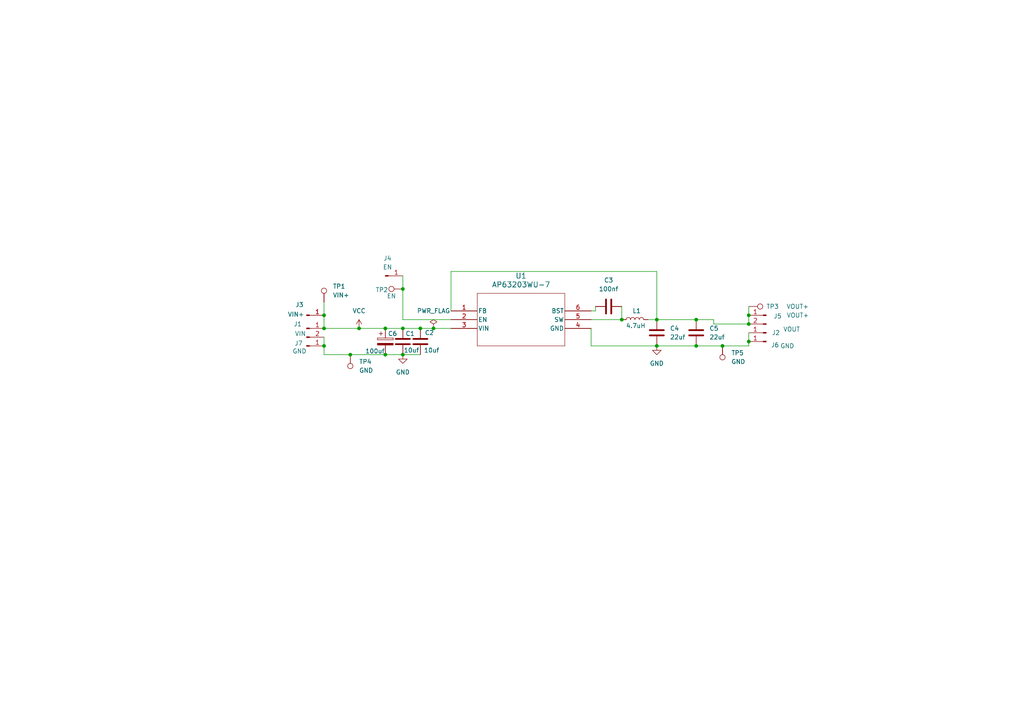
<source format=kicad_sch>
(kicad_sch (version 20231120) (generator "eeschema") (generator_version "8.0")
  (paper "A4")
  (lib_symbols
    (symbol "AP63203:AP63203WU-7" (pin_names (offset 0.254))
      (property "Reference" "U" (at 20.32 10.16 0))
      (property "Value" "AP63203WU-7" (at 20.32 7.62 0))
      (symbol "AP63203WU-7_0_1"
        (polyline (pts (xy 7.62 -10.16) (xy 33.02 -10.16)) (stroke (width 0.127)))
        (polyline (pts (xy 7.62 5.08) (xy 7.62 -10.16)) (stroke (width 0.127)))
        (polyline (pts (xy 33.02 -10.16) (xy 33.02 5.08)) (stroke (width 0.127)))
        (polyline (pts (xy 33.02 5.08) (xy 7.62 5.08)) (stroke (width 0.127)))
        (pin output line (at 0 0 0) (length 7.62) (name "FB") (number "1"))
        (pin input line (at 0 -2.54 0) (length 7.62) (name "EN") (number "2"))
        (pin power_in line (at 0 -5.08 0) (length 7.62) (name "VIN") (number "3"))
        (pin power_out line (at 40.64 -5.08 180) (length 7.62) (name "GND") (number "4"))
        (pin output line (at 40.64 -2.54 180) (length 7.62) (name "SW") (number "5"))
        (pin input line (at 40.64 0 180) (length 7.62) (name "BST") (number "6"))
      )
    )
    (symbol "Connector:Conn_01x01_Pin" (pin_names (offset 1.016) hide)
      (property "Reference" "J" (at 0 2.54 0))
      (property "Value" "Conn_01x01_Pin" (at 0 -2.54 0))
      (symbol "Conn_01x01_Pin_1_1"
        (polyline (pts (xy 1.27 0) (xy 0.8636 0)) (stroke (width 0.1524)))
        (rectangle (start 0.8636 0.127) (end 0 -0.127) (stroke (width 0.1524)) (fill (type outline)))
        (pin passive line (at 5.08 0 180) (length 3.81) (name "Pin_1") (number "1"))
      )
    )
    (symbol "Connector:Conn_01x02_Pin" (pin_names (offset 1.016) hide)
      (property "Reference" "J" (at 0 2.54 0))
      (property "Value" "Conn_01x02_Pin" (at 0 -5.08 0))
      (symbol "Conn_01x02_Pin_1_1"
        (polyline (pts (xy 1.27 -2.54) (xy 0.8636 -2.54)) (stroke (width 0.1524)))
        (polyline (pts (xy 1.27 0) (xy 0.8636 0)) (stroke (width 0.1524)))
        (rectangle (start 0.8636 -2.413) (end 0 -2.667) (stroke (width 0.1524)) (fill (type outline)))
        (rectangle (start 0.8636 0.127) (end 0 -0.127) (stroke (width 0.1524)) (fill (type outline)))
        (pin passive line (at 5.08 0 180) (length 3.81) (name "Pin_1") (number "1"))
        (pin passive line (at 5.08 -2.54 180) (length 3.81) (name "Pin_2") (number "2"))
      )
    )
    (symbol "Connector:TestPoint" (pin_numbers hide) (pin_names (offset 0.762) hide)
      (property "Reference" "TP" (at 0 6.858 0))
      (property "Value" "TestPoint" (at 0 5.08 0))
      (symbol "TestPoint_0_1"
        (circle (center 0 3.302) (radius 0.762))
      )
      (symbol "TestPoint_1_1"
        (pin passive line (at 0 0 90) (length 2.54) (name "1") (number "1"))
      )
    )
    (symbol "Device:C" (pin_numbers hide) (pin_names (offset 0.254))
      (property "Reference" "C" (at 0.635 2.54 0))
      (property "Value" "C" (at 0.635 -2.54 0))
      (symbol "C_0_1"
        (polyline (pts (xy -2.032 -0.762) (xy 2.032 -0.762)) (stroke (width 0.508)))
        (polyline (pts (xy -2.032 0.762) (xy 2.032 0.762)) (stroke (width 0.508)))
      )
      (symbol "C_1_1"
        (pin passive line (at 0 3.81 270) (length 2.794) (name "~") (number "1"))
        (pin passive line (at 0 -3.81 90) (length 2.794) (name "~") (number "2"))
      )
    )
    (symbol "Device:C_Polarized" (pin_numbers hide) (pin_names (offset 0.254))
      (property "Reference" "C" (at 0.635 2.54 0))
      (property "Value" "C_Polarized" (at 0.635 -2.54 0))
      (symbol "C_Polarized_0_1"
        (rectangle (start -2.286 0.508) (end 2.286 1.016))
        (polyline (pts (xy -1.778 2.286) (xy -0.762 2.286)))
        (polyline (pts (xy -1.27 2.794) (xy -1.27 1.778)))
        (rectangle (start 2.286 -0.508) (end -2.286 -1.016) (fill (type outline)))
      )
      (symbol "C_Polarized_1_1"
        (pin passive line (at 0 3.81 270) (length 2.794) (name "~") (number "1"))
        (pin passive line (at 0 -3.81 90) (length 2.794) (name "~") (number "2"))
      )
    )
    (symbol "Device:L" (pin_numbers hide) (pin_names (offset 1.016) hide)
      (property "Reference" "L" (at -1.27 0 90))
      (property "Value" "L" (at 1.905 0 90))
      (symbol "L_0_1"
        (arc (start 0 -2.54) (mid 0.6323 -1.905) (end 0 -1.27))
        (arc (start 0 -1.27) (mid 0.6323 -0.635) (end 0 0))
        (arc (start 0 0) (mid 0.6323 0.635) (end 0 1.27))
        (arc (start 0 1.27) (mid 0.6323 1.905) (end 0 2.54))
      )
      (symbol "L_1_1"
        (pin passive line (at 0 3.81 270) (length 1.27) (name "1") (number "1"))
        (pin passive line (at 0 -3.81 90) (length 1.27) (name "2") (number "2"))
      )
    )
    (symbol "power:GND" (power) (pin_numbers hide) (pin_names (offset 0) hide)
      (property "Value" "GND" (at 0 -3.81 0))
      (symbol "GND_0_1"
        (polyline (pts (xy 0 0) (xy 0 -1.27) (xy 1.27 -1.27) (xy 0 -2.54) (xy -1.27 -1.27) (xy 0 -1.27)))
      )
      (symbol "GND_1_1"
        (pin power_in line (at 0 0 270) (length 0) (name "~") (number "1"))
      )
    )
    (symbol "power:PWR_FLAG" (power) (pin_numbers hide) (pin_names (offset 0) hide)
      (property "Value" "PWR_FLAG" (at 0 3.81 0))
      (symbol "PWR_FLAG_0_0"
        (pin power_out line (at 0 0 90) (length 0) (name "~") (number "1"))
      )
      (symbol "PWR_FLAG_0_1"
        (polyline (pts (xy 0 0) (xy 0 1.27) (xy -1.016 1.905) (xy 0 2.54) (xy 1.016 1.905) (xy 0 1.27)))
      )
    )
    (symbol "power:VCC" (power) (pin_numbers hide) (pin_names (offset 0) hide)
      (property "Value" "VCC" (at 0 3.556 0))
      (symbol "VCC_0_1"
        (polyline (pts (xy -0.762 1.27) (xy 0 2.54)))
        (polyline (pts (xy 0 0) (xy 0 2.54)))
        (polyline (pts (xy 0 2.54) (xy 0.762 1.27)))
      )
      (symbol "VCC_1_1"
        (pin power_in line (at 0 0 90) (length 0) (name "~") (number "1"))
      )
    )
  )
  (junction (at 217.17 93.98))
  (junction (at 201.93 100.33))
  (junction (at 116.84 102.87))
  (junction (at 180.34 92.71))
  (junction (at 101.6 102.87))
  (junction (at 111.76 95.25))
  (junction (at 217.17 91.44))
  (junction (at 209.55 100.33))
  (junction (at 111.76 102.87))
  (junction (at 104.14 95.25))
  (junction (at 217.17 99.06))
  (junction (at 190.5 100.33))
  (junction (at 93.98 100.33))
  (junction (at 116.84 95.25))
  (junction (at 190.5 92.71))
  (junction (at 201.93 92.71))
  (junction (at 116.84 83.82))
  (junction (at 93.98 91.44))
  (junction (at 125.73 95.25))
  (junction (at 121.92 95.25))
  (junction (at 93.98 95.25))
  (wire (pts (xy 101.6 102.87) (xy 111.76 102.87)))
  (wire (pts (xy 116.84 92.71) (xy 130.81 92.71)))
  (wire (pts (xy 217.17 91.44) (xy 217.17 93.98)))
  (wire (pts (xy 217.17 96.52) (xy 217.17 99.06)))
  (wire (pts (xy 190.5 92.71) (xy 201.93 92.71)))
  (wire (pts (xy 217.17 93.98) (xy 207.01 93.98)))
  (wire (pts (xy 116.84 95.25) (xy 121.92 95.25)))
  (wire (pts (xy 190.5 78.74) (xy 190.5 92.71)))
  (wire (pts (xy 93.98 95.25) (xy 104.14 95.25)))
  (wire (pts (xy 116.84 80.01) (xy 116.84 83.82)))
  (wire (pts (xy 171.45 95.25) (xy 171.45 100.33)))
  (wire (pts (xy 217.17 100.33) (xy 209.55 100.33)))
  (wire (pts (xy 171.45 100.33) (xy 190.5 100.33)))
  (wire (pts (xy 121.92 95.25) (xy 125.73 95.25)))
  (wire (pts (xy 172.72 88.9) (xy 172.72 90.17)))
  (wire (pts (xy 209.55 100.33) (xy 201.93 100.33)))
  (wire (pts (xy 93.98 87.63) (xy 93.98 91.44)))
  (wire (pts (xy 116.84 83.82) (xy 116.84 92.71)))
  (wire (pts (xy 125.73 95.25) (xy 130.81 95.25)))
  (wire (pts (xy 93.98 100.33) (xy 93.98 102.87)))
  (wire (pts (xy 217.17 88.9) (xy 217.17 91.44)))
  (wire (pts (xy 130.81 90.17) (xy 130.81 78.74)))
  (wire (pts (xy 187.96 92.71) (xy 190.5 92.71)))
  (wire (pts (xy 171.45 92.71) (xy 180.34 92.71)))
  (wire (pts (xy 130.81 78.74) (xy 190.5 78.74)))
  (wire (pts (xy 93.98 91.44) (xy 93.98 95.25)))
  (wire (pts (xy 207.01 93.98) (xy 207.01 92.71)))
  (wire (pts (xy 93.98 97.79) (xy 93.98 100.33)))
  (wire (pts (xy 190.5 100.33) (xy 201.93 100.33)))
  (wire (pts (xy 217.17 99.06) (xy 217.17 100.33)))
  (wire (pts (xy 201.93 92.71) (xy 207.01 92.71)))
  (wire (pts (xy 111.76 102.87) (xy 116.84 102.87)))
  (wire (pts (xy 93.98 102.87) (xy 101.6 102.87)))
  (wire (pts (xy 180.34 88.9) (xy 180.34 92.71)))
  (wire (pts (xy 172.72 90.17) (xy 171.45 90.17)))
  (wire (pts (xy 116.84 102.87) (xy 121.92 102.87)))
  (wire (pts (xy 104.14 95.25) (xy 111.76 95.25)))
  (wire (pts (xy 111.76 95.25) (xy 116.84 95.25)))
  (symbol (lib_id "Connector:Conn_01x01_Pin") (at 88.9 100.33 0) (unit 1)
    (property "Reference" "J7" (at 86.614 99.568 0))
    (property "Value" "GND" (at 86.868 101.854 0))
    (property "Footprint" "Connector_PinHeader_1.00mm:PinHeader_1x01_P1.00mm_Vertical" (effects (hide yes)))
    (property "Description" "Generic connector, single row, 01x01, script generated" (effects (hide yes)))
  )
  (symbol (lib_id "AP63203:AP63203WU-7") (at 130.81 90.17 0) (unit 1)
    (property "Reference" "U1" (at 151.13 80.01 0) (effects (font (size 1.524 1.524))))
    (property "Value" "AP63203WU-7" (at 151.13 82.55 0) (effects (font (size 1.524 1.524))))
    (property "Footprint" "AP63203WU-7_DIO" (effects (hide yes)))
    (property "Datasheet" "AP63203WU-7" (effects (hide yes)))
  )
  (symbol (lib_id "power:VCC") (at 104.14 95.25 0) (unit 1)
    (property "Reference" "#PWR05" (effects (hide yes)))
    (property "Value" "VCC" (at 104.14 90.17 0))
    (property "Description" "Power symbol creates a global label with name \"VCC\"" (effects (hide yes)))
  )
  (symbol (lib_id "Connector:Conn_01x01_Pin") (at 111.76 80.01 0) (unit 1)
    (property "Reference" "J4" (at 112.395 74.93 0))
    (property "Value" "EN" (at 112.395 77.47 0))
    (property "Footprint" "Connector_PinHeader_1.00mm:PinHeader_1x01_P1.00mm_Vertical" (effects (hide yes)))
    (property "Description" "Generic connector, single row, 01x01, script generated" (effects (hide yes)))
  )
  (symbol (lib_id "Connector:Conn_01x02_Pin") (at 88.9 95.25 0) (unit 1)
    (property "Reference" "J1" (at 86.36 93.98 0))
    (property "Value" "VIN" (at 87.122 96.774 0))
    (property "Footprint" "Connector_PinHeader_2.54mm:PinHeader_1x02_P2.54mm_Vertical" (effects (hide yes)))
    (property "Description" "Generic connector, single row, 01x02, script generated" (effects (hide yes)))
  )
  (symbol (lib_id "power:GND") (at 190.5 100.33 0) (unit 1)
    (property "Reference" "#PWR03" (effects (hide yes)))
    (property "Value" "GND" (at 190.5 105.41 0))
    (property "Description" "Power symbol creates a global label with name \"GND\" , ground" (effects (hide yes)))
  )
  (symbol (lib_id "Device:C") (at 116.84 99.06 0) (unit 1)
    (property "Reference" "C1" (at 117.602 96.774 0) (effects (justify left)))
    (property "Value" "10uf" (at 117.094 101.6 0) (effects (justify left)))
    (property "Footprint" "Capacitor_SMD:C_1210_3225Metric_Pad1.33x2.70mm_HandSolder" (effects (hide yes)))
    (property "Description" "10uf 50v X7R" (effects (hide yes)))
  )
  (symbol (lib_id "Connector:TestPoint") (at 217.17 88.9 270) (unit 1)
    (property "Reference" "TP3" (at 222.25 88.9 90) (effects (justify left)))
    (property "Value" "VOUT+" (at 228.092 88.9 90) (effects (justify left)))
    (property "Footprint" "TestPoint:TestPoint_Pad_1.0x1.0mm" (effects (hide yes)))
    (property "Description" "test point" (effects (hide yes)))
  )
  (symbol (lib_id "power:GND") (at 116.84 102.87 0) (unit 1)
    (property "Reference" "#PWR02" (effects (hide yes)))
    (property "Value" "GND" (at 116.84 107.95 0))
    (property "Description" "Power symbol creates a global label with name \"GND\" , ground" (effects (hide yes)))
  )
  (symbol (lib_id "Device:C") (at 121.92 99.06 0) (unit 1)
    (property "Reference" "C2" (at 123.19 96.52 0) (effects (justify left)))
    (property "Value" "10uf" (at 122.936 101.6 0) (effects (justify left)))
    (property "Footprint" "Capacitor_SMD:C_1210_3225Metric_Pad1.33x2.70mm_HandSolder" (effects (hide yes)))
    (property "Description" "Unpolarized capacitor" (effects (hide yes)))
  )
  (symbol (lib_id "power:PWR_FLAG") (at 125.73 95.25 0) (unit 1)
    (property "Reference" "#FLG01" (effects (hide yes)))
    (property "Value" "PWR_FLAG" (at 125.73 90.17 0))
    (property "Description" "Special symbol for telling ERC where power comes from" (effects (hide yes)))
  )
  (symbol (lib_id "Device:C") (at 201.93 96.52 0) (unit 1)
    (property "Reference" "C5" (at 205.74 95.2499 0) (effects (justify left)))
    (property "Value" "22uf" (at 205.74 97.7899 0) (effects (justify left)))
    (property "Footprint" "Capacitor_SMD:C_1210_3225Metric_Pad1.33x2.70mm_HandSolder" (effects (hide yes)))
    (property "Description" "22uf - 16v - X7R" (effects (hide yes)))
  )
  (symbol (lib_id "Connector:Conn_01x01_Pin") (at 222.25 99.06 180) (unit 1)
    (property "Reference" "J6" (at 224.79 100.076 0))
    (property "Value" "GND" (at 228.346 100.33 0))
    (property "Footprint" "Connector_PinHeader_1.00mm:PinHeader_1x01_P1.00mm_Vertical" (effects (hide yes)))
    (property "Description" "Generic connector, single row, 01x01, script generated" (effects (hide yes)))
  )
  (symbol (lib_id "Connector:TestPoint") (at 209.55 100.33 180) (unit 1)
    (property "Reference" "TP5" (at 212.09 102.3619 0) (effects (justify right)))
    (property "Value" "GND" (at 212.09 104.9019 0) (effects (justify right)))
    (property "Footprint" "TestPoint:TestPoint_Pad_1.0x1.0mm" (effects (hide yes)))
    (property "Description" "test point" (effects (hide yes)))
  )
  (symbol (lib_id "Connector:TestPoint") (at 116.84 83.82 90) (unit 1)
    (property "Reference" "TP2" (at 110.744 84.074 90))
    (property "Value" "EN" (at 113.538 85.852 90))
    (property "Footprint" "TestPoint:TestPoint_Pad_1.0x1.0mm" (effects (hide yes)))
    (property "Description" "test point" (effects (hide yes)))
  )
  (symbol (lib_id "Device:C") (at 176.53 88.9 90) (unit 1)
    (property "Reference" "C3" (at 176.53 81.28 90))
    (property "Value" "100nf" (at 176.53 83.82 90))
    (property "Footprint" "Capacitor_SMD:C_0805_2012Metric_Pad1.18x1.45mm_HandSolder" (effects (hide yes)))
    (property "Description" "Unpolarized capacitor" (effects (hide yes)))
  )
  (symbol (lib_id "Connector:Conn_01x01_Pin") (at 88.9 91.44 0) (unit 1)
    (property "Reference" "J3" (at 86.868 88.392 0))
    (property "Value" "VIN+" (at 85.852 91.186 0))
    (property "Footprint" "Connector_PinHeader_1.00mm:PinHeader_1x01_P1.00mm_Vertical" (effects (hide yes)))
    (property "Description" "Generic connector, single row, 01x01, script generated" (effects (hide yes)))
  )
  (symbol (lib_id "Connector:TestPoint") (at 93.98 87.63 0) (unit 1)
    (property "Reference" "TP1" (at 96.52 83.0579 0) (effects (justify left)))
    (property "Value" "VIN+" (at 96.52 85.5979 0) (effects (justify left)))
    (property "Footprint" "TestPoint:TestPoint_Pad_1.0x1.0mm" (effects (hide yes)))
    (property "Description" "test point" (effects (hide yes)))
  )
  (symbol (lib_id "Connector:Conn_01x02_Pin") (at 222.25 96.52 180) (unit 1)
    (property "Reference" "J2" (at 225.044 96.52 0))
    (property "Value" "VOUT" (at 229.616 95.504 0))
    (property "Footprint" "Connector_PinHeader_2.54mm:PinHeader_1x02_P2.54mm_Vertical" (effects (hide yes)))
    (property "Description" "Generic connector, single row, 01x02, script generated" (effects (hide yes)))
  )
  (symbol (lib_id "Connector:TestPoint") (at 101.6 102.87 180) (unit 1)
    (property "Reference" "TP4" (at 104.14 104.9019 0) (effects (justify right)))
    (property "Value" "GND" (at 104.14 107.4419 0) (effects (justify right)))
    (property "Footprint" "TestPoint:TestPoint_Pad_1.0x1.0mm" (effects (hide yes)))
    (property "Description" "test point" (effects (hide yes)))
  )
  (symbol (lib_id "Device:C_Polarized") (at 111.76 99.06 0) (unit 1)
    (property "Reference" "C6" (at 112.522 96.774 0) (effects (justify left)))
    (property "Value" "100uf" (at 105.918 101.854 0) (effects (justify left)))
    (property "Footprint" "Capacitor_SMD:C_Elec_6.3x7.7" (effects (hide yes)))
    (property "Description" "Polarized capacitor" (effects (hide yes)))
  )
  (symbol (lib_id "Device:L") (at 184.15 92.71 90) (unit 1)
    (property "Reference" "L1" (at 184.658 90.17 90))
    (property "Value" "4.7uH" (at 184.404 94.488 90))
    (property "Footprint" "Inductor_SMD:L_Bourns_SRR1260" (effects (hide yes)))
    (property "Description" "Power Shielded Wirewound 6.8uH 6.3A 0.018Ohm" (effects (hide yes)))
  )
  (symbol (lib_id "Connector:Conn_01x01_Pin") (at 222.25 91.44 180) (unit 1)
    (property "Reference" "J5" (at 225.552 91.694 0))
    (property "Value" "VOUT+" (at 231.394 91.44 0))
    (property "Footprint" "Connector_PinHeader_1.00mm:PinHeader_1x01_P1.00mm_Vertical" (effects (hide yes)))
    (property "Description" "Generic connector, single row, 01x01, script generated" (effects (hide yes)))
  )
  (symbol (lib_id "Device:C") (at 190.5 96.52 0) (unit 1)
    (property "Reference" "C4" (at 194.31 95.2499 0) (effects (justify left)))
    (property "Value" "22uf" (at 194.31 97.7899 0) (effects (justify left)))
    (property "Footprint" "Capacitor_SMD:C_1210_3225Metric_Pad1.33x2.70mm_HandSolder" (effects (hide yes)))
    (property "Description" "22uf - 16v - X7R" (effects (hide yes)))
  )
)
</source>
